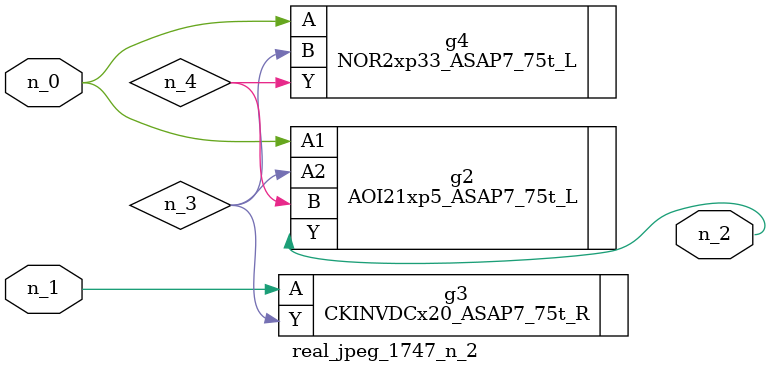
<source format=v>
module real_jpeg_1747_n_2 (n_1, n_0, n_2);

input n_1;
input n_0;

output n_2;

wire n_4;
wire n_3;

AOI21xp5_ASAP7_75t_L g2 ( 
.A1(n_0),
.A2(n_3),
.B(n_4),
.Y(n_2)
);

NOR2xp33_ASAP7_75t_L g4 ( 
.A(n_0),
.B(n_3),
.Y(n_4)
);

CKINVDCx20_ASAP7_75t_R g3 ( 
.A(n_1),
.Y(n_3)
);


endmodule
</source>
